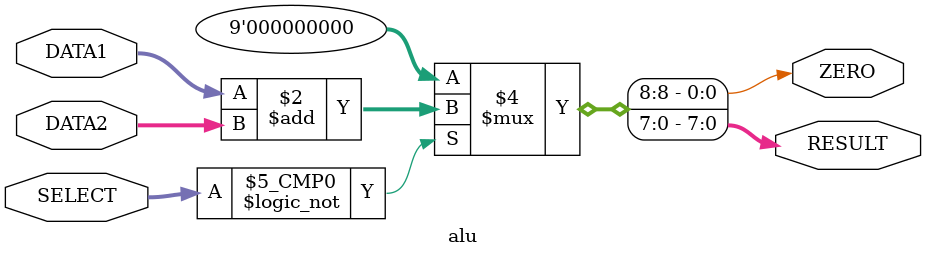
<source format=v>
`timescale 1ns / 1ps


module alu(DATA1, DATA2, RESULT, SELECT, ZERO);
    // Define inputs and outputs
    input [7:0] DATA1;
    input [7:0] DATA2;
    input [2:0] SELECT;
    
    output reg [7:0] RESULT;
    output reg ZERO;
    
    always @ (SELECT) begin
    
        // SELECT Cases
        case(SELECT)
            // Add
            0       : {ZERO,RESULT} = DATA1 + DATA2;
            default : {ZERO,RESULT} = 0;
        endcase 
    
    end
    

    
    
endmodule

</source>
